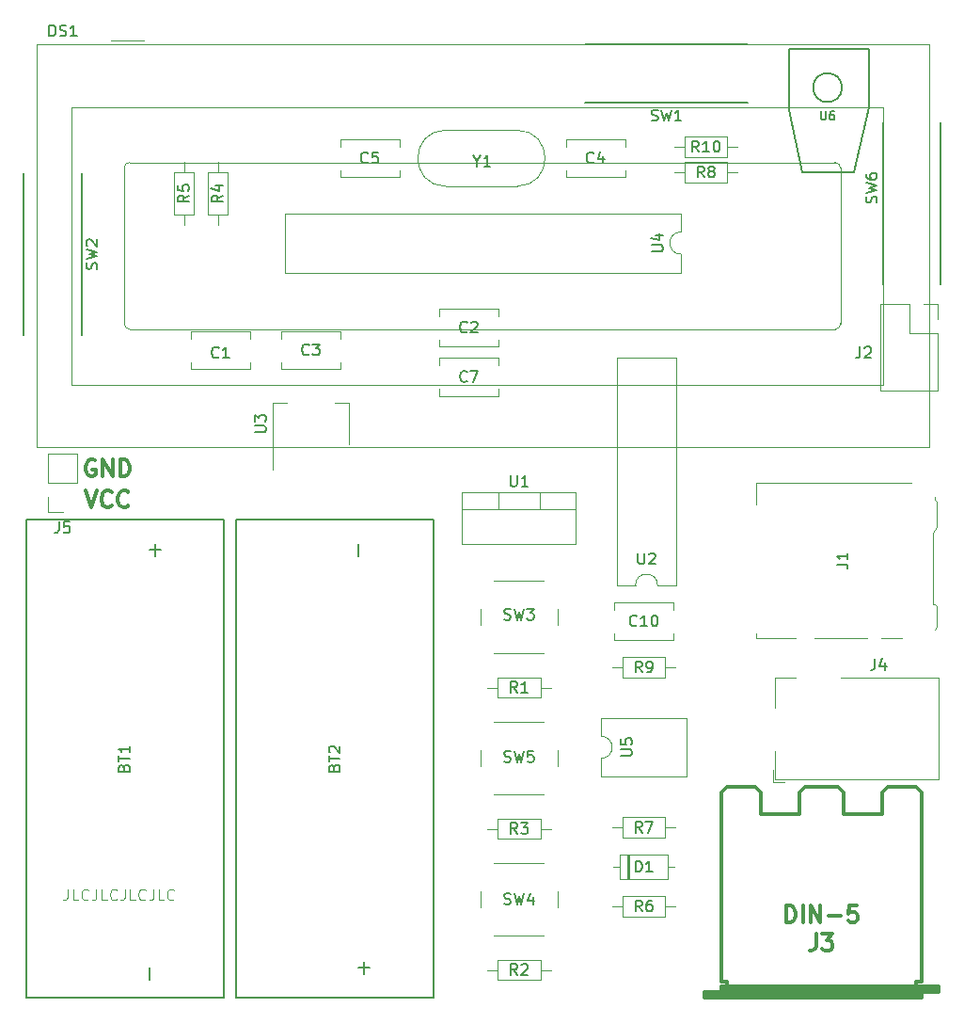
<source format=gbr>
%TF.GenerationSoftware,KiCad,Pcbnew,(6.0.7)*%
%TF.CreationDate,2022-08-05T18:39:18+02:00*%
%TF.ProjectId,SD_interrupter,53445f69-6e74-4657-9272-75707465722e,rev?*%
%TF.SameCoordinates,Original*%
%TF.FileFunction,Legend,Top*%
%TF.FilePolarity,Positive*%
%FSLAX46Y46*%
G04 Gerber Fmt 4.6, Leading zero omitted, Abs format (unit mm)*
G04 Created by KiCad (PCBNEW (6.0.7)) date 2022-08-05 18:39:18*
%MOMM*%
%LPD*%
G01*
G04 APERTURE LIST*
%ADD10C,0.300000*%
%ADD11C,0.125000*%
%ADD12C,0.150000*%
%ADD13C,0.120000*%
%ADD14C,0.127000*%
%ADD15C,0.304800*%
G04 APERTURE END LIST*
D10*
X28575142Y-62750000D02*
X28432285Y-62678571D01*
X28218000Y-62678571D01*
X28003714Y-62750000D01*
X27860857Y-62892857D01*
X27789428Y-63035714D01*
X27718000Y-63321428D01*
X27718000Y-63535714D01*
X27789428Y-63821428D01*
X27860857Y-63964285D01*
X28003714Y-64107142D01*
X28218000Y-64178571D01*
X28360857Y-64178571D01*
X28575142Y-64107142D01*
X28646571Y-64035714D01*
X28646571Y-63535714D01*
X28360857Y-63535714D01*
X29289428Y-64178571D02*
X29289428Y-62678571D01*
X30146571Y-64178571D01*
X30146571Y-62678571D01*
X30860857Y-64178571D02*
X30860857Y-62678571D01*
X31218000Y-62678571D01*
X31432285Y-62750000D01*
X31575142Y-62892857D01*
X31646571Y-63035714D01*
X31718000Y-63321428D01*
X31718000Y-63535714D01*
X31646571Y-63821428D01*
X31575142Y-63964285D01*
X31432285Y-64107142D01*
X31218000Y-64178571D01*
X30860857Y-64178571D01*
X27718000Y-65472571D02*
X28218000Y-66972571D01*
X28718000Y-65472571D01*
X30075142Y-66829714D02*
X30003714Y-66901142D01*
X29789428Y-66972571D01*
X29646571Y-66972571D01*
X29432285Y-66901142D01*
X29289428Y-66758285D01*
X29218000Y-66615428D01*
X29146571Y-66329714D01*
X29146571Y-66115428D01*
X29218000Y-65829714D01*
X29289428Y-65686857D01*
X29432285Y-65544000D01*
X29646571Y-65472571D01*
X29789428Y-65472571D01*
X30003714Y-65544000D01*
X30075142Y-65615428D01*
X31575142Y-66829714D02*
X31503714Y-66901142D01*
X31289428Y-66972571D01*
X31146571Y-66972571D01*
X30932285Y-66901142D01*
X30789428Y-66758285D01*
X30718000Y-66615428D01*
X30646571Y-66329714D01*
X30646571Y-66115428D01*
X30718000Y-65829714D01*
X30789428Y-65686857D01*
X30932285Y-65544000D01*
X31146571Y-65472571D01*
X31289428Y-65472571D01*
X31503714Y-65544000D01*
X31575142Y-65615428D01*
D11*
X26114952Y-101306380D02*
X26114952Y-102020666D01*
X26067333Y-102163523D01*
X25972095Y-102258761D01*
X25829238Y-102306380D01*
X25734000Y-102306380D01*
X27067333Y-102306380D02*
X26591142Y-102306380D01*
X26591142Y-101306380D01*
X27972095Y-102211142D02*
X27924476Y-102258761D01*
X27781619Y-102306380D01*
X27686380Y-102306380D01*
X27543523Y-102258761D01*
X27448285Y-102163523D01*
X27400666Y-102068285D01*
X27353047Y-101877809D01*
X27353047Y-101734952D01*
X27400666Y-101544476D01*
X27448285Y-101449238D01*
X27543523Y-101354000D01*
X27686380Y-101306380D01*
X27781619Y-101306380D01*
X27924476Y-101354000D01*
X27972095Y-101401619D01*
X28686380Y-101306380D02*
X28686380Y-102020666D01*
X28638761Y-102163523D01*
X28543523Y-102258761D01*
X28400666Y-102306380D01*
X28305428Y-102306380D01*
X29638761Y-102306380D02*
X29162571Y-102306380D01*
X29162571Y-101306380D01*
X30543523Y-102211142D02*
X30495904Y-102258761D01*
X30353047Y-102306380D01*
X30257809Y-102306380D01*
X30114952Y-102258761D01*
X30019714Y-102163523D01*
X29972095Y-102068285D01*
X29924476Y-101877809D01*
X29924476Y-101734952D01*
X29972095Y-101544476D01*
X30019714Y-101449238D01*
X30114952Y-101354000D01*
X30257809Y-101306380D01*
X30353047Y-101306380D01*
X30495904Y-101354000D01*
X30543523Y-101401619D01*
X31257809Y-101306380D02*
X31257809Y-102020666D01*
X31210190Y-102163523D01*
X31114952Y-102258761D01*
X30972095Y-102306380D01*
X30876857Y-102306380D01*
X32210190Y-102306380D02*
X31734000Y-102306380D01*
X31734000Y-101306380D01*
X33114952Y-102211142D02*
X33067333Y-102258761D01*
X32924476Y-102306380D01*
X32829238Y-102306380D01*
X32686380Y-102258761D01*
X32591142Y-102163523D01*
X32543523Y-102068285D01*
X32495904Y-101877809D01*
X32495904Y-101734952D01*
X32543523Y-101544476D01*
X32591142Y-101449238D01*
X32686380Y-101354000D01*
X32829238Y-101306380D01*
X32924476Y-101306380D01*
X33067333Y-101354000D01*
X33114952Y-101401619D01*
X33829238Y-101306380D02*
X33829238Y-102020666D01*
X33781619Y-102163523D01*
X33686380Y-102258761D01*
X33543523Y-102306380D01*
X33448285Y-102306380D01*
X34781619Y-102306380D02*
X34305428Y-102306380D01*
X34305428Y-101306380D01*
X35686380Y-102211142D02*
X35638761Y-102258761D01*
X35495904Y-102306380D01*
X35400666Y-102306380D01*
X35257809Y-102258761D01*
X35162571Y-102163523D01*
X35114952Y-102068285D01*
X35067333Y-101877809D01*
X35067333Y-101734952D01*
X35114952Y-101544476D01*
X35162571Y-101449238D01*
X35257809Y-101354000D01*
X35400666Y-101306380D01*
X35495904Y-101306380D01*
X35638761Y-101354000D01*
X35686380Y-101401619D01*
D12*
%TO.C,SW6*%
X98912761Y-39557333D02*
X98960380Y-39414476D01*
X98960380Y-39176380D01*
X98912761Y-39081142D01*
X98865142Y-39033523D01*
X98769904Y-38985904D01*
X98674666Y-38985904D01*
X98579428Y-39033523D01*
X98531809Y-39081142D01*
X98484190Y-39176380D01*
X98436571Y-39366857D01*
X98388952Y-39462095D01*
X98341333Y-39509714D01*
X98246095Y-39557333D01*
X98150857Y-39557333D01*
X98055619Y-39509714D01*
X98008000Y-39462095D01*
X97960380Y-39366857D01*
X97960380Y-39128761D01*
X98008000Y-38985904D01*
X97960380Y-38652571D02*
X98960380Y-38414476D01*
X98246095Y-38224000D01*
X98960380Y-38033523D01*
X97960380Y-37795428D01*
X97960380Y-36985904D02*
X97960380Y-37176380D01*
X98008000Y-37271619D01*
X98055619Y-37319238D01*
X98198476Y-37414476D01*
X98388952Y-37462095D01*
X98769904Y-37462095D01*
X98865142Y-37414476D01*
X98912761Y-37366857D01*
X98960380Y-37271619D01*
X98960380Y-37081142D01*
X98912761Y-36985904D01*
X98865142Y-36938285D01*
X98769904Y-36890666D01*
X98531809Y-36890666D01*
X98436571Y-36938285D01*
X98388952Y-36985904D01*
X98341333Y-37081142D01*
X98341333Y-37271619D01*
X98388952Y-37366857D01*
X98436571Y-37414476D01*
X98531809Y-37462095D01*
%TO.C,R6*%
X77811333Y-103322380D02*
X77478000Y-102846190D01*
X77239904Y-103322380D02*
X77239904Y-102322380D01*
X77620857Y-102322380D01*
X77716095Y-102370000D01*
X77763714Y-102417619D01*
X77811333Y-102512857D01*
X77811333Y-102655714D01*
X77763714Y-102750952D01*
X77716095Y-102798571D01*
X77620857Y-102846190D01*
X77239904Y-102846190D01*
X78668476Y-102322380D02*
X78478000Y-102322380D01*
X78382761Y-102370000D01*
X78335142Y-102417619D01*
X78239904Y-102560476D01*
X78192285Y-102750952D01*
X78192285Y-103131904D01*
X78239904Y-103227142D01*
X78287523Y-103274761D01*
X78382761Y-103322380D01*
X78573238Y-103322380D01*
X78668476Y-103274761D01*
X78716095Y-103227142D01*
X78763714Y-103131904D01*
X78763714Y-102893809D01*
X78716095Y-102798571D01*
X78668476Y-102750952D01*
X78573238Y-102703333D01*
X78382761Y-102703333D01*
X78287523Y-102750952D01*
X78239904Y-102798571D01*
X78192285Y-102893809D01*
%TO.C,BT1*%
X31175571Y-90385714D02*
X31223190Y-90242857D01*
X31270809Y-90195238D01*
X31366047Y-90147619D01*
X31508904Y-90147619D01*
X31604142Y-90195238D01*
X31651761Y-90242857D01*
X31699380Y-90338095D01*
X31699380Y-90719047D01*
X30699380Y-90719047D01*
X30699380Y-90385714D01*
X30747000Y-90290476D01*
X30794619Y-90242857D01*
X30889857Y-90195238D01*
X30985095Y-90195238D01*
X31080333Y-90242857D01*
X31127952Y-90290476D01*
X31175571Y-90385714D01*
X31175571Y-90719047D01*
X30699380Y-89861904D02*
X30699380Y-89290476D01*
X31699380Y-89576190D02*
X30699380Y-89576190D01*
X31699380Y-88433333D02*
X31699380Y-89004761D01*
X31699380Y-88719047D02*
X30699380Y-88719047D01*
X30842238Y-88814285D01*
X30937476Y-88909523D01*
X30985095Y-89004761D01*
X34009000Y-71337333D02*
X34009000Y-70270666D01*
X34542333Y-70804000D02*
X33475666Y-70804000D01*
X33501000Y-109437333D02*
X33501000Y-108370666D01*
%TO.C,U2*%
X77460095Y-71080380D02*
X77460095Y-71889904D01*
X77507714Y-71985142D01*
X77555333Y-72032761D01*
X77650571Y-72080380D01*
X77841047Y-72080380D01*
X77936285Y-72032761D01*
X77983904Y-71985142D01*
X78031523Y-71889904D01*
X78031523Y-71080380D01*
X78460095Y-71175619D02*
X78507714Y-71128000D01*
X78602952Y-71080380D01*
X78841047Y-71080380D01*
X78936285Y-71128000D01*
X78983904Y-71175619D01*
X79031523Y-71270857D01*
X79031523Y-71366095D01*
X78983904Y-71508952D01*
X78412476Y-72080380D01*
X79031523Y-72080380D01*
D10*
%TO.C,J3*%
X93480000Y-105350571D02*
X93480000Y-106422000D01*
X93408571Y-106636285D01*
X93265714Y-106779142D01*
X93051428Y-106850571D01*
X92908571Y-106850571D01*
X94051428Y-105350571D02*
X94980000Y-105350571D01*
X94480000Y-105922000D01*
X94694285Y-105922000D01*
X94837142Y-105993428D01*
X94908571Y-106064857D01*
X94980000Y-106207714D01*
X94980000Y-106564857D01*
X94908571Y-106707714D01*
X94837142Y-106779142D01*
X94694285Y-106850571D01*
X94265714Y-106850571D01*
X94122857Y-106779142D01*
X94051428Y-106707714D01*
X90801428Y-104310571D02*
X90801428Y-102810571D01*
X91158571Y-102810571D01*
X91372857Y-102882000D01*
X91515714Y-103024857D01*
X91587142Y-103167714D01*
X91658571Y-103453428D01*
X91658571Y-103667714D01*
X91587142Y-103953428D01*
X91515714Y-104096285D01*
X91372857Y-104239142D01*
X91158571Y-104310571D01*
X90801428Y-104310571D01*
X92301428Y-104310571D02*
X92301428Y-102810571D01*
X93015714Y-104310571D02*
X93015714Y-102810571D01*
X93872857Y-104310571D01*
X93872857Y-102810571D01*
X94587142Y-103739142D02*
X95730000Y-103739142D01*
X97158571Y-102810571D02*
X96444285Y-102810571D01*
X96372857Y-103524857D01*
X96444285Y-103453428D01*
X96587142Y-103382000D01*
X96944285Y-103382000D01*
X97087142Y-103453428D01*
X97158571Y-103524857D01*
X97230000Y-103667714D01*
X97230000Y-104024857D01*
X97158571Y-104167714D01*
X97087142Y-104239142D01*
X96944285Y-104310571D01*
X96587142Y-104310571D01*
X96444285Y-104239142D01*
X96372857Y-104167714D01*
D12*
%TO.C,SW3*%
X65416666Y-77039761D02*
X65559523Y-77087380D01*
X65797619Y-77087380D01*
X65892857Y-77039761D01*
X65940476Y-76992142D01*
X65988095Y-76896904D01*
X65988095Y-76801666D01*
X65940476Y-76706428D01*
X65892857Y-76658809D01*
X65797619Y-76611190D01*
X65607142Y-76563571D01*
X65511904Y-76515952D01*
X65464285Y-76468333D01*
X65416666Y-76373095D01*
X65416666Y-76277857D01*
X65464285Y-76182619D01*
X65511904Y-76135000D01*
X65607142Y-76087380D01*
X65845238Y-76087380D01*
X65988095Y-76135000D01*
X66321428Y-76087380D02*
X66559523Y-77087380D01*
X66750000Y-76373095D01*
X66940476Y-77087380D01*
X67178571Y-76087380D01*
X67464285Y-76087380D02*
X68083333Y-76087380D01*
X67750000Y-76468333D01*
X67892857Y-76468333D01*
X67988095Y-76515952D01*
X68035714Y-76563571D01*
X68083333Y-76658809D01*
X68083333Y-76896904D01*
X68035714Y-76992142D01*
X67988095Y-77039761D01*
X67892857Y-77087380D01*
X67607142Y-77087380D01*
X67511904Y-77039761D01*
X67464285Y-76992142D01*
%TO.C,R3*%
X66583333Y-96337380D02*
X66250000Y-95861190D01*
X66011904Y-96337380D02*
X66011904Y-95337380D01*
X66392857Y-95337380D01*
X66488095Y-95385000D01*
X66535714Y-95432619D01*
X66583333Y-95527857D01*
X66583333Y-95670714D01*
X66535714Y-95765952D01*
X66488095Y-95813571D01*
X66392857Y-95861190D01*
X66011904Y-95861190D01*
X66916666Y-95337380D02*
X67535714Y-95337380D01*
X67202380Y-95718333D01*
X67345238Y-95718333D01*
X67440476Y-95765952D01*
X67488095Y-95813571D01*
X67535714Y-95908809D01*
X67535714Y-96146904D01*
X67488095Y-96242142D01*
X67440476Y-96289761D01*
X67345238Y-96337380D01*
X67059523Y-96337380D01*
X66964285Y-96289761D01*
X66916666Y-96242142D01*
%TO.C,U6*%
X93917699Y-31318803D02*
X93917699Y-31956224D01*
X93955195Y-32031215D01*
X93992690Y-32068710D01*
X94067681Y-32106205D01*
X94217662Y-32106205D01*
X94292653Y-32068710D01*
X94330148Y-32031215D01*
X94367643Y-31956224D01*
X94367643Y-31318803D01*
X95080055Y-31318803D02*
X94930073Y-31318803D01*
X94855083Y-31356299D01*
X94817587Y-31393794D01*
X94742597Y-31506280D01*
X94705101Y-31656261D01*
X94705101Y-31956224D01*
X94742597Y-32031215D01*
X94780092Y-32068710D01*
X94855083Y-32106205D01*
X95005064Y-32106205D01*
X95080055Y-32068710D01*
X95117550Y-32031215D01*
X95155045Y-31956224D01*
X95155045Y-31768747D01*
X95117550Y-31693757D01*
X95080055Y-31656261D01*
X95005064Y-31618766D01*
X94855083Y-31618766D01*
X94780092Y-31656261D01*
X94742597Y-31693757D01*
X94705101Y-31768747D01*
%TO.C,U3*%
X42958380Y-60197904D02*
X43767904Y-60197904D01*
X43863142Y-60150285D01*
X43910761Y-60102666D01*
X43958380Y-60007428D01*
X43958380Y-59816952D01*
X43910761Y-59721714D01*
X43863142Y-59674095D01*
X43767904Y-59626476D01*
X42958380Y-59626476D01*
X42958380Y-59245523D02*
X42958380Y-58626476D01*
X43339333Y-58959809D01*
X43339333Y-58816952D01*
X43386952Y-58721714D01*
X43434571Y-58674095D01*
X43529809Y-58626476D01*
X43767904Y-58626476D01*
X43863142Y-58674095D01*
X43910761Y-58721714D01*
X43958380Y-58816952D01*
X43958380Y-59102666D01*
X43910761Y-59197904D01*
X43863142Y-59245523D01*
%TO.C,J5*%
X25320666Y-68262380D02*
X25320666Y-68976666D01*
X25273047Y-69119523D01*
X25177809Y-69214761D01*
X25034952Y-69262380D01*
X24939714Y-69262380D01*
X26273047Y-68262380D02*
X25796857Y-68262380D01*
X25749238Y-68738571D01*
X25796857Y-68690952D01*
X25892095Y-68643333D01*
X26130190Y-68643333D01*
X26225428Y-68690952D01*
X26273047Y-68738571D01*
X26320666Y-68833809D01*
X26320666Y-69071904D01*
X26273047Y-69167142D01*
X26225428Y-69214761D01*
X26130190Y-69262380D01*
X25892095Y-69262380D01*
X25796857Y-69214761D01*
X25749238Y-69167142D01*
%TO.C,D1*%
X77239904Y-99771580D02*
X77239904Y-98771580D01*
X77478000Y-98771580D01*
X77620857Y-98819200D01*
X77716095Y-98914438D01*
X77763714Y-99009676D01*
X77811333Y-99200152D01*
X77811333Y-99343009D01*
X77763714Y-99533485D01*
X77716095Y-99628723D01*
X77620857Y-99723961D01*
X77478000Y-99771580D01*
X77239904Y-99771580D01*
X78763714Y-99771580D02*
X78192285Y-99771580D01*
X78478000Y-99771580D02*
X78478000Y-98771580D01*
X78382761Y-98914438D01*
X78287523Y-99009676D01*
X78192285Y-99057295D01*
%TO.C,BT2*%
X50093571Y-90385714D02*
X50141190Y-90242857D01*
X50188809Y-90195238D01*
X50284047Y-90147619D01*
X50426904Y-90147619D01*
X50522142Y-90195238D01*
X50569761Y-90242857D01*
X50617380Y-90338095D01*
X50617380Y-90719047D01*
X49617380Y-90719047D01*
X49617380Y-90385714D01*
X49665000Y-90290476D01*
X49712619Y-90242857D01*
X49807857Y-90195238D01*
X49903095Y-90195238D01*
X49998333Y-90242857D01*
X50045952Y-90290476D01*
X50093571Y-90385714D01*
X50093571Y-90719047D01*
X49617380Y-89861904D02*
X49617380Y-89290476D01*
X50617380Y-89576190D02*
X49617380Y-89576190D01*
X49712619Y-89004761D02*
X49665000Y-88957142D01*
X49617380Y-88861904D01*
X49617380Y-88623809D01*
X49665000Y-88528571D01*
X49712619Y-88480952D01*
X49807857Y-88433333D01*
X49903095Y-88433333D01*
X50045952Y-88480952D01*
X50617380Y-89052380D01*
X50617380Y-88433333D01*
X52297000Y-71337333D02*
X52297000Y-70270666D01*
X52805000Y-108929333D02*
X52805000Y-107862666D01*
X53338333Y-108396000D02*
X52271666Y-108396000D01*
%TO.C,R10*%
X82923142Y-34996380D02*
X82589809Y-34520190D01*
X82351714Y-34996380D02*
X82351714Y-33996380D01*
X82732666Y-33996380D01*
X82827904Y-34044000D01*
X82875523Y-34091619D01*
X82923142Y-34186857D01*
X82923142Y-34329714D01*
X82875523Y-34424952D01*
X82827904Y-34472571D01*
X82732666Y-34520190D01*
X82351714Y-34520190D01*
X83875523Y-34996380D02*
X83304095Y-34996380D01*
X83589809Y-34996380D02*
X83589809Y-33996380D01*
X83494571Y-34139238D01*
X83399333Y-34234476D01*
X83304095Y-34282095D01*
X84494571Y-33996380D02*
X84589809Y-33996380D01*
X84685047Y-34044000D01*
X84732666Y-34091619D01*
X84780285Y-34186857D01*
X84827904Y-34377333D01*
X84827904Y-34615428D01*
X84780285Y-34805904D01*
X84732666Y-34901142D01*
X84685047Y-34948761D01*
X84589809Y-34996380D01*
X84494571Y-34996380D01*
X84399333Y-34948761D01*
X84351714Y-34901142D01*
X84304095Y-34805904D01*
X84256476Y-34615428D01*
X84256476Y-34377333D01*
X84304095Y-34186857D01*
X84351714Y-34091619D01*
X84399333Y-34044000D01*
X84494571Y-33996380D01*
%TO.C,C4*%
X73453333Y-35917142D02*
X73405714Y-35964761D01*
X73262857Y-36012380D01*
X73167619Y-36012380D01*
X73024761Y-35964761D01*
X72929523Y-35869523D01*
X72881904Y-35774285D01*
X72834285Y-35583809D01*
X72834285Y-35440952D01*
X72881904Y-35250476D01*
X72929523Y-35155238D01*
X73024761Y-35060000D01*
X73167619Y-35012380D01*
X73262857Y-35012380D01*
X73405714Y-35060000D01*
X73453333Y-35107619D01*
X74310476Y-35345714D02*
X74310476Y-36012380D01*
X74072380Y-34964761D02*
X73834285Y-35679047D01*
X74453333Y-35679047D01*
%TO.C,C10*%
X77335142Y-77573142D02*
X77287523Y-77620761D01*
X77144666Y-77668380D01*
X77049428Y-77668380D01*
X76906571Y-77620761D01*
X76811333Y-77525523D01*
X76763714Y-77430285D01*
X76716095Y-77239809D01*
X76716095Y-77096952D01*
X76763714Y-76906476D01*
X76811333Y-76811238D01*
X76906571Y-76716000D01*
X77049428Y-76668380D01*
X77144666Y-76668380D01*
X77287523Y-76716000D01*
X77335142Y-76763619D01*
X78287523Y-77668380D02*
X77716095Y-77668380D01*
X78001809Y-77668380D02*
X78001809Y-76668380D01*
X77906571Y-76811238D01*
X77811333Y-76906476D01*
X77716095Y-76954095D01*
X78906571Y-76668380D02*
X79001809Y-76668380D01*
X79097047Y-76716000D01*
X79144666Y-76763619D01*
X79192285Y-76858857D01*
X79239904Y-77049333D01*
X79239904Y-77287428D01*
X79192285Y-77477904D01*
X79144666Y-77573142D01*
X79097047Y-77620761D01*
X79001809Y-77668380D01*
X78906571Y-77668380D01*
X78811333Y-77620761D01*
X78763714Y-77573142D01*
X78716095Y-77477904D01*
X78668476Y-77287428D01*
X78668476Y-77049333D01*
X78716095Y-76858857D01*
X78763714Y-76763619D01*
X78811333Y-76716000D01*
X78906571Y-76668380D01*
%TO.C,R8*%
X83399334Y-37282380D02*
X83066001Y-36806190D01*
X82827905Y-37282380D02*
X82827905Y-36282380D01*
X83208858Y-36282380D01*
X83304096Y-36330000D01*
X83351715Y-36377619D01*
X83399334Y-36472857D01*
X83399334Y-36615714D01*
X83351715Y-36710952D01*
X83304096Y-36758571D01*
X83208858Y-36806190D01*
X82827905Y-36806190D01*
X83970762Y-36710952D02*
X83875524Y-36663333D01*
X83827905Y-36615714D01*
X83780286Y-36520476D01*
X83780286Y-36472857D01*
X83827905Y-36377619D01*
X83875524Y-36330000D01*
X83970762Y-36282380D01*
X84161239Y-36282380D01*
X84256477Y-36330000D01*
X84304096Y-36377619D01*
X84351715Y-36472857D01*
X84351715Y-36520476D01*
X84304096Y-36615714D01*
X84256477Y-36663333D01*
X84161239Y-36710952D01*
X83970762Y-36710952D01*
X83875524Y-36758571D01*
X83827905Y-36806190D01*
X83780286Y-36901428D01*
X83780286Y-37091904D01*
X83827905Y-37187142D01*
X83875524Y-37234761D01*
X83970762Y-37282380D01*
X84161239Y-37282380D01*
X84256477Y-37234761D01*
X84304096Y-37187142D01*
X84351715Y-37091904D01*
X84351715Y-36901428D01*
X84304096Y-36806190D01*
X84256477Y-36758571D01*
X84161239Y-36710952D01*
%TO.C,J4*%
X98794666Y-80570380D02*
X98794666Y-81284666D01*
X98747047Y-81427523D01*
X98651809Y-81522761D01*
X98508952Y-81570380D01*
X98413714Y-81570380D01*
X99699428Y-80903714D02*
X99699428Y-81570380D01*
X99461333Y-80522761D02*
X99223238Y-81237047D01*
X99842285Y-81237047D01*
%TO.C,R1*%
X66583333Y-83637380D02*
X66250000Y-83161190D01*
X66011904Y-83637380D02*
X66011904Y-82637380D01*
X66392857Y-82637380D01*
X66488095Y-82685000D01*
X66535714Y-82732619D01*
X66583333Y-82827857D01*
X66583333Y-82970714D01*
X66535714Y-83065952D01*
X66488095Y-83113571D01*
X66392857Y-83161190D01*
X66011904Y-83161190D01*
X67535714Y-83637380D02*
X66964285Y-83637380D01*
X67250000Y-83637380D02*
X67250000Y-82637380D01*
X67154761Y-82780238D01*
X67059523Y-82875476D01*
X66964285Y-82923095D01*
%TO.C,J2*%
X97436666Y-52523380D02*
X97436666Y-53237666D01*
X97389047Y-53380523D01*
X97293809Y-53475761D01*
X97150952Y-53523380D01*
X97055714Y-53523380D01*
X97865238Y-52618619D02*
X97912857Y-52571000D01*
X98008095Y-52523380D01*
X98246190Y-52523380D01*
X98341428Y-52571000D01*
X98389047Y-52618619D01*
X98436666Y-52713857D01*
X98436666Y-52809095D01*
X98389047Y-52951952D01*
X97817619Y-53523380D01*
X98436666Y-53523380D01*
%TO.C,SW1*%
X78676666Y-32154761D02*
X78819523Y-32202380D01*
X79057619Y-32202380D01*
X79152857Y-32154761D01*
X79200476Y-32107142D01*
X79248095Y-32011904D01*
X79248095Y-31916666D01*
X79200476Y-31821428D01*
X79152857Y-31773809D01*
X79057619Y-31726190D01*
X78867142Y-31678571D01*
X78771904Y-31630952D01*
X78724285Y-31583333D01*
X78676666Y-31488095D01*
X78676666Y-31392857D01*
X78724285Y-31297619D01*
X78771904Y-31250000D01*
X78867142Y-31202380D01*
X79105238Y-31202380D01*
X79248095Y-31250000D01*
X79581428Y-31202380D02*
X79819523Y-32202380D01*
X80010000Y-31488095D01*
X80200476Y-32202380D01*
X80438571Y-31202380D01*
X81343333Y-32202380D02*
X80771904Y-32202380D01*
X81057619Y-32202380D02*
X81057619Y-31202380D01*
X80962380Y-31345238D01*
X80867142Y-31440476D01*
X80771904Y-31488095D01*
%TO.C,Y1*%
X62973809Y-35798690D02*
X62973809Y-36274880D01*
X62640476Y-35274880D02*
X62973809Y-35798690D01*
X63307142Y-35274880D01*
X64164285Y-36274880D02*
X63592857Y-36274880D01*
X63878571Y-36274880D02*
X63878571Y-35274880D01*
X63783333Y-35417738D01*
X63688095Y-35512976D01*
X63592857Y-35560595D01*
%TO.C,R2*%
X66583333Y-109037380D02*
X66250000Y-108561190D01*
X66011904Y-109037380D02*
X66011904Y-108037380D01*
X66392857Y-108037380D01*
X66488095Y-108085000D01*
X66535714Y-108132619D01*
X66583333Y-108227857D01*
X66583333Y-108370714D01*
X66535714Y-108465952D01*
X66488095Y-108513571D01*
X66392857Y-108561190D01*
X66011904Y-108561190D01*
X66964285Y-108132619D02*
X67011904Y-108085000D01*
X67107142Y-108037380D01*
X67345238Y-108037380D01*
X67440476Y-108085000D01*
X67488095Y-108132619D01*
X67535714Y-108227857D01*
X67535714Y-108323095D01*
X67488095Y-108465952D01*
X66916666Y-109037380D01*
X67535714Y-109037380D01*
%TO.C,U4*%
X78700380Y-43951904D02*
X79509904Y-43951904D01*
X79605142Y-43904285D01*
X79652761Y-43856666D01*
X79700380Y-43761428D01*
X79700380Y-43570952D01*
X79652761Y-43475714D01*
X79605142Y-43428095D01*
X79509904Y-43380476D01*
X78700380Y-43380476D01*
X79033714Y-42475714D02*
X79700380Y-42475714D01*
X78652761Y-42713809D02*
X79367047Y-42951904D01*
X79367047Y-42332857D01*
%TO.C,C2*%
X62063333Y-51157142D02*
X62015714Y-51204761D01*
X61872857Y-51252380D01*
X61777619Y-51252380D01*
X61634761Y-51204761D01*
X61539523Y-51109523D01*
X61491904Y-51014285D01*
X61444285Y-50823809D01*
X61444285Y-50680952D01*
X61491904Y-50490476D01*
X61539523Y-50395238D01*
X61634761Y-50300000D01*
X61777619Y-50252380D01*
X61872857Y-50252380D01*
X62015714Y-50300000D01*
X62063333Y-50347619D01*
X62444285Y-50347619D02*
X62491904Y-50300000D01*
X62587142Y-50252380D01*
X62825238Y-50252380D01*
X62920476Y-50300000D01*
X62968095Y-50347619D01*
X63015714Y-50442857D01*
X63015714Y-50538095D01*
X62968095Y-50680952D01*
X62396666Y-51252380D01*
X63015714Y-51252380D01*
%TO.C,C7*%
X62063333Y-55602142D02*
X62015714Y-55649761D01*
X61872857Y-55697380D01*
X61777619Y-55697380D01*
X61634761Y-55649761D01*
X61539523Y-55554523D01*
X61491904Y-55459285D01*
X61444285Y-55268809D01*
X61444285Y-55125952D01*
X61491904Y-54935476D01*
X61539523Y-54840238D01*
X61634761Y-54745000D01*
X61777619Y-54697380D01*
X61872857Y-54697380D01*
X62015714Y-54745000D01*
X62063333Y-54792619D01*
X62396666Y-54697380D02*
X63063333Y-54697380D01*
X62634761Y-55697380D01*
%TO.C,R4*%
X40076380Y-38901666D02*
X39600190Y-39235000D01*
X40076380Y-39473095D02*
X39076380Y-39473095D01*
X39076380Y-39092142D01*
X39124000Y-38996904D01*
X39171619Y-38949285D01*
X39266857Y-38901666D01*
X39409714Y-38901666D01*
X39504952Y-38949285D01*
X39552571Y-38996904D01*
X39600190Y-39092142D01*
X39600190Y-39473095D01*
X39409714Y-38044523D02*
X40076380Y-38044523D01*
X39028761Y-38282619D02*
X39743047Y-38520714D01*
X39743047Y-37901666D01*
%TO.C,R7*%
X77811333Y-96220780D02*
X77478000Y-95744590D01*
X77239904Y-96220780D02*
X77239904Y-95220780D01*
X77620857Y-95220780D01*
X77716095Y-95268400D01*
X77763714Y-95316019D01*
X77811333Y-95411257D01*
X77811333Y-95554114D01*
X77763714Y-95649352D01*
X77716095Y-95696971D01*
X77620857Y-95744590D01*
X77239904Y-95744590D01*
X78144666Y-95220780D02*
X78811333Y-95220780D01*
X78382761Y-96220780D01*
%TO.C,SW4*%
X65416666Y-102639761D02*
X65559523Y-102687380D01*
X65797619Y-102687380D01*
X65892857Y-102639761D01*
X65940476Y-102592142D01*
X65988095Y-102496904D01*
X65988095Y-102401666D01*
X65940476Y-102306428D01*
X65892857Y-102258809D01*
X65797619Y-102211190D01*
X65607142Y-102163571D01*
X65511904Y-102115952D01*
X65464285Y-102068333D01*
X65416666Y-101973095D01*
X65416666Y-101877857D01*
X65464285Y-101782619D01*
X65511904Y-101735000D01*
X65607142Y-101687380D01*
X65845238Y-101687380D01*
X65988095Y-101735000D01*
X66321428Y-101687380D02*
X66559523Y-102687380D01*
X66750000Y-101973095D01*
X66940476Y-102687380D01*
X67178571Y-101687380D01*
X67988095Y-102020714D02*
X67988095Y-102687380D01*
X67750000Y-101639761D02*
X67511904Y-102354047D01*
X68130952Y-102354047D01*
%TO.C,J1*%
X95337380Y-72088333D02*
X96051666Y-72088333D01*
X96194523Y-72135952D01*
X96289761Y-72231190D01*
X96337380Y-72374047D01*
X96337380Y-72469285D01*
X96337380Y-71088333D02*
X96337380Y-71659761D01*
X96337380Y-71374047D02*
X95337380Y-71374047D01*
X95480238Y-71469285D01*
X95575476Y-71564523D01*
X95623095Y-71659761D01*
%TO.C,SW5*%
X65416666Y-89839761D02*
X65559523Y-89887380D01*
X65797619Y-89887380D01*
X65892857Y-89839761D01*
X65940476Y-89792142D01*
X65988095Y-89696904D01*
X65988095Y-89601666D01*
X65940476Y-89506428D01*
X65892857Y-89458809D01*
X65797619Y-89411190D01*
X65607142Y-89363571D01*
X65511904Y-89315952D01*
X65464285Y-89268333D01*
X65416666Y-89173095D01*
X65416666Y-89077857D01*
X65464285Y-88982619D01*
X65511904Y-88935000D01*
X65607142Y-88887380D01*
X65845238Y-88887380D01*
X65988095Y-88935000D01*
X66321428Y-88887380D02*
X66559523Y-89887380D01*
X66750000Y-89173095D01*
X66940476Y-89887380D01*
X67178571Y-88887380D01*
X68035714Y-88887380D02*
X67559523Y-88887380D01*
X67511904Y-89363571D01*
X67559523Y-89315952D01*
X67654761Y-89268333D01*
X67892857Y-89268333D01*
X67988095Y-89315952D01*
X68035714Y-89363571D01*
X68083333Y-89458809D01*
X68083333Y-89696904D01*
X68035714Y-89792142D01*
X67988095Y-89839761D01*
X67892857Y-89887380D01*
X67654761Y-89887380D01*
X67559523Y-89839761D01*
X67511904Y-89792142D01*
%TO.C,R5*%
X37028380Y-38901666D02*
X36552190Y-39235000D01*
X37028380Y-39473095D02*
X36028380Y-39473095D01*
X36028380Y-39092142D01*
X36076000Y-38996904D01*
X36123619Y-38949285D01*
X36218857Y-38901666D01*
X36361714Y-38901666D01*
X36456952Y-38949285D01*
X36504571Y-38996904D01*
X36552190Y-39092142D01*
X36552190Y-39473095D01*
X36028380Y-37996904D02*
X36028380Y-38473095D01*
X36504571Y-38520714D01*
X36456952Y-38473095D01*
X36409333Y-38377857D01*
X36409333Y-38139761D01*
X36456952Y-38044523D01*
X36504571Y-37996904D01*
X36599809Y-37949285D01*
X36837904Y-37949285D01*
X36933142Y-37996904D01*
X36980761Y-38044523D01*
X37028380Y-38139761D01*
X37028380Y-38377857D01*
X36980761Y-38473095D01*
X36933142Y-38520714D01*
%TO.C,DS1*%
X24461714Y-24582380D02*
X24461714Y-23582380D01*
X24699809Y-23582380D01*
X24842666Y-23630000D01*
X24937904Y-23725238D01*
X24985523Y-23820476D01*
X25033142Y-24010952D01*
X25033142Y-24153809D01*
X24985523Y-24344285D01*
X24937904Y-24439523D01*
X24842666Y-24534761D01*
X24699809Y-24582380D01*
X24461714Y-24582380D01*
X25414095Y-24534761D02*
X25556952Y-24582380D01*
X25795047Y-24582380D01*
X25890285Y-24534761D01*
X25937904Y-24487142D01*
X25985523Y-24391904D01*
X25985523Y-24296666D01*
X25937904Y-24201428D01*
X25890285Y-24153809D01*
X25795047Y-24106190D01*
X25604571Y-24058571D01*
X25509333Y-24010952D01*
X25461714Y-23963333D01*
X25414095Y-23868095D01*
X25414095Y-23772857D01*
X25461714Y-23677619D01*
X25509333Y-23630000D01*
X25604571Y-23582380D01*
X25842666Y-23582380D01*
X25985523Y-23630000D01*
X26937904Y-24582380D02*
X26366476Y-24582380D01*
X26652190Y-24582380D02*
X26652190Y-23582380D01*
X26556952Y-23725238D01*
X26461714Y-23820476D01*
X26366476Y-23868095D01*
%TO.C,R9*%
X77811333Y-81819180D02*
X77478000Y-81342990D01*
X77239904Y-81819180D02*
X77239904Y-80819180D01*
X77620857Y-80819180D01*
X77716095Y-80866800D01*
X77763714Y-80914419D01*
X77811333Y-81009657D01*
X77811333Y-81152514D01*
X77763714Y-81247752D01*
X77716095Y-81295371D01*
X77620857Y-81342990D01*
X77239904Y-81342990D01*
X78287523Y-81819180D02*
X78478000Y-81819180D01*
X78573238Y-81771561D01*
X78620857Y-81723942D01*
X78716095Y-81581085D01*
X78763714Y-81390609D01*
X78763714Y-81009657D01*
X78716095Y-80914419D01*
X78668476Y-80866800D01*
X78573238Y-80819180D01*
X78382761Y-80819180D01*
X78287523Y-80866800D01*
X78239904Y-80914419D01*
X78192285Y-81009657D01*
X78192285Y-81247752D01*
X78239904Y-81342990D01*
X78287523Y-81390609D01*
X78382761Y-81438228D01*
X78573238Y-81438228D01*
X78668476Y-81390609D01*
X78716095Y-81342990D01*
X78763714Y-81247752D01*
%TO.C,C5*%
X53133333Y-35917142D02*
X53085714Y-35964761D01*
X52942857Y-36012380D01*
X52847619Y-36012380D01*
X52704761Y-35964761D01*
X52609523Y-35869523D01*
X52561904Y-35774285D01*
X52514285Y-35583809D01*
X52514285Y-35440952D01*
X52561904Y-35250476D01*
X52609523Y-35155238D01*
X52704761Y-35060000D01*
X52847619Y-35012380D01*
X52942857Y-35012380D01*
X53085714Y-35060000D01*
X53133333Y-35107619D01*
X54038095Y-35012380D02*
X53561904Y-35012380D01*
X53514285Y-35488571D01*
X53561904Y-35440952D01*
X53657142Y-35393333D01*
X53895238Y-35393333D01*
X53990476Y-35440952D01*
X54038095Y-35488571D01*
X54085714Y-35583809D01*
X54085714Y-35821904D01*
X54038095Y-35917142D01*
X53990476Y-35964761D01*
X53895238Y-36012380D01*
X53657142Y-36012380D01*
X53561904Y-35964761D01*
X53514285Y-35917142D01*
%TO.C,SW2*%
X28725761Y-45529333D02*
X28773380Y-45386476D01*
X28773380Y-45148380D01*
X28725761Y-45053142D01*
X28678142Y-45005523D01*
X28582904Y-44957904D01*
X28487666Y-44957904D01*
X28392428Y-45005523D01*
X28344809Y-45053142D01*
X28297190Y-45148380D01*
X28249571Y-45338857D01*
X28201952Y-45434095D01*
X28154333Y-45481714D01*
X28059095Y-45529333D01*
X27963857Y-45529333D01*
X27868619Y-45481714D01*
X27821000Y-45434095D01*
X27773380Y-45338857D01*
X27773380Y-45100761D01*
X27821000Y-44957904D01*
X27773380Y-44624571D02*
X28773380Y-44386476D01*
X28059095Y-44196000D01*
X28773380Y-44005523D01*
X27773380Y-43767428D01*
X27868619Y-43434095D02*
X27821000Y-43386476D01*
X27773380Y-43291238D01*
X27773380Y-43053142D01*
X27821000Y-42957904D01*
X27868619Y-42910285D01*
X27963857Y-42862666D01*
X28059095Y-42862666D01*
X28201952Y-42910285D01*
X28773380Y-43481714D01*
X28773380Y-42862666D01*
%TO.C,U1*%
X65988095Y-64072380D02*
X65988095Y-64881904D01*
X66035714Y-64977142D01*
X66083333Y-65024761D01*
X66178571Y-65072380D01*
X66369047Y-65072380D01*
X66464285Y-65024761D01*
X66511904Y-64977142D01*
X66559523Y-64881904D01*
X66559523Y-64072380D01*
X67559523Y-65072380D02*
X66988095Y-65072380D01*
X67273809Y-65072380D02*
X67273809Y-64072380D01*
X67178571Y-64215238D01*
X67083333Y-64310476D01*
X66988095Y-64358095D01*
%TO.C,C3*%
X47839333Y-53189142D02*
X47791714Y-53236761D01*
X47648857Y-53284380D01*
X47553619Y-53284380D01*
X47410761Y-53236761D01*
X47315523Y-53141523D01*
X47267904Y-53046285D01*
X47220285Y-52855809D01*
X47220285Y-52712952D01*
X47267904Y-52522476D01*
X47315523Y-52427238D01*
X47410761Y-52332000D01*
X47553619Y-52284380D01*
X47648857Y-52284380D01*
X47791714Y-52332000D01*
X47839333Y-52379619D01*
X48172666Y-52284380D02*
X48791714Y-52284380D01*
X48458380Y-52665333D01*
X48601238Y-52665333D01*
X48696476Y-52712952D01*
X48744095Y-52760571D01*
X48791714Y-52855809D01*
X48791714Y-53093904D01*
X48744095Y-53189142D01*
X48696476Y-53236761D01*
X48601238Y-53284380D01*
X48315523Y-53284380D01*
X48220285Y-53236761D01*
X48172666Y-53189142D01*
%TO.C,C1*%
X39711333Y-53443142D02*
X39663714Y-53490761D01*
X39520857Y-53538380D01*
X39425619Y-53538380D01*
X39282761Y-53490761D01*
X39187523Y-53395523D01*
X39139904Y-53300285D01*
X39092285Y-53109809D01*
X39092285Y-52966952D01*
X39139904Y-52776476D01*
X39187523Y-52681238D01*
X39282761Y-52586000D01*
X39425619Y-52538380D01*
X39520857Y-52538380D01*
X39663714Y-52586000D01*
X39711333Y-52633619D01*
X40663714Y-53538380D02*
X40092285Y-53538380D01*
X40378000Y-53538380D02*
X40378000Y-52538380D01*
X40282761Y-52681238D01*
X40187523Y-52776476D01*
X40092285Y-52824095D01*
%TO.C,U5*%
X75906380Y-89319504D02*
X76715904Y-89319504D01*
X76811142Y-89271885D01*
X76858761Y-89224266D01*
X76906380Y-89129028D01*
X76906380Y-88938552D01*
X76858761Y-88843314D01*
X76811142Y-88795695D01*
X76715904Y-88748076D01*
X75906380Y-88748076D01*
X75906380Y-87795695D02*
X75906380Y-88271885D01*
X76382571Y-88319504D01*
X76334952Y-88271885D01*
X76287333Y-88176647D01*
X76287333Y-87938552D01*
X76334952Y-87843314D01*
X76382571Y-87795695D01*
X76477809Y-87748076D01*
X76715904Y-87748076D01*
X76811142Y-87795695D01*
X76858761Y-87843314D01*
X76906380Y-87938552D01*
X76906380Y-88176647D01*
X76858761Y-88271885D01*
X76811142Y-88319504D01*
%TO.C,SW6*%
X99508000Y-46924000D02*
X99508000Y-32324000D01*
X104708000Y-46924000D02*
X104708000Y-32324000D01*
D13*
%TO.C,R6*%
X79898000Y-101950000D02*
X76058000Y-101950000D01*
X76058000Y-101950000D02*
X76058000Y-103790000D01*
X80848000Y-102870000D02*
X79898000Y-102870000D01*
X76058000Y-103790000D02*
X79898000Y-103790000D01*
X79898000Y-103790000D02*
X79898000Y-101950000D01*
X75108000Y-102870000D02*
X76058000Y-102870000D01*
D14*
%TO.C,BT1*%
X22357000Y-111100000D02*
X22357000Y-68100000D01*
X40137000Y-111100000D02*
X22357000Y-111100000D01*
X40137000Y-68100000D02*
X40137000Y-111100000D01*
X22357000Y-68100000D02*
X40137000Y-68100000D01*
D13*
%TO.C,U2*%
X75572000Y-73974000D02*
X77222000Y-73974000D01*
X79222000Y-73974000D02*
X80872000Y-73974000D01*
X80872000Y-73974000D02*
X80872000Y-53534000D01*
X80872000Y-53534000D02*
X75572000Y-53534000D01*
X75572000Y-53534000D02*
X75572000Y-73974000D01*
X79222000Y-73974000D02*
G75*
G03*
X77222000Y-73974000I-1000000J0D01*
G01*
D15*
%TO.C,J3*%
X84980780Y-92600780D02*
X85481160Y-92100400D01*
X91981020Y-92600780D02*
X91981020Y-94599760D01*
X95978980Y-92600780D02*
X95978980Y-94599760D01*
X102979220Y-109601000D02*
X102478840Y-109601000D01*
X87980520Y-92100400D02*
X88480900Y-92600780D01*
X92478860Y-92100400D02*
X91981020Y-92600780D01*
X92478860Y-92100400D02*
X95481140Y-92100400D01*
X88480900Y-92600780D02*
X88480900Y-94599760D01*
X102979220Y-92600780D02*
X102979220Y-109601000D01*
X83479640Y-110599220D02*
X84980780Y-110599220D01*
X83479640Y-111099600D02*
X83479640Y-110599220D01*
X102979220Y-110599220D02*
X84980780Y-110599220D01*
X102478840Y-110098840D02*
X102478840Y-109601000D01*
X83479640Y-110850680D02*
X102979220Y-110850680D01*
X104480360Y-110599220D02*
X102979220Y-110599220D01*
X84980780Y-110599220D02*
X84980780Y-110098840D01*
X100479860Y-92100400D02*
X99979480Y-92100400D01*
X104480360Y-110098840D02*
X104480360Y-110599220D01*
X84980780Y-92600780D02*
X84980780Y-109601000D01*
X88480900Y-94599760D02*
X91981020Y-94599760D01*
X102478840Y-92100400D02*
X100479860Y-92100400D01*
X84980780Y-110098840D02*
X104480360Y-110098840D01*
X95481140Y-92100400D02*
X95978980Y-92600780D01*
X99979480Y-92100400D02*
X99479100Y-92600780D01*
X85481160Y-92100400D02*
X87980520Y-92100400D01*
X84980780Y-109601000D02*
X85481160Y-109601000D01*
X99479100Y-92600780D02*
X99479100Y-94599760D01*
X99479100Y-94599760D02*
X95978980Y-94599760D01*
X84980780Y-110350300D02*
X104480360Y-110350300D01*
X102979220Y-111099600D02*
X83479640Y-111099600D01*
X102979220Y-92600780D02*
X102478840Y-92100400D01*
X102979220Y-110599220D02*
X102979220Y-111099600D01*
X85481160Y-109601000D02*
X85481160Y-110098840D01*
D13*
%TO.C,SW3*%
X63250000Y-76085000D02*
X63250000Y-77585000D01*
X64500000Y-80085000D02*
X69000000Y-80085000D01*
X69000000Y-73585000D02*
X64500000Y-73585000D01*
X70250000Y-77585000D02*
X70250000Y-76085000D01*
%TO.C,R3*%
X63880000Y-95885000D02*
X64830000Y-95885000D01*
X69620000Y-95885000D02*
X68670000Y-95885000D01*
X68670000Y-94965000D02*
X64830000Y-94965000D01*
X68670000Y-96805000D02*
X68670000Y-94965000D01*
X64830000Y-96805000D02*
X68670000Y-96805000D01*
X64830000Y-94965000D02*
X64830000Y-96805000D01*
D14*
%TO.C,U6*%
X92217625Y-36810000D02*
X96917625Y-36810000D01*
X91017625Y-25710000D02*
X91017625Y-31210000D01*
X91017625Y-31210000D02*
X92217625Y-36810000D01*
X98217625Y-25710000D02*
X98217625Y-31010000D01*
X91017625Y-25710000D02*
X98217625Y-25710000D01*
X96917625Y-36810000D02*
X98217625Y-31010000D01*
X95817625Y-29210000D02*
G75*
G03*
X95817625Y-29210000I-1300000J0D01*
G01*
D13*
%TO.C,U3*%
X51416000Y-57526000D02*
X50156000Y-57526000D01*
X44596000Y-57526000D02*
X45856000Y-57526000D01*
X44596000Y-63536000D02*
X44596000Y-57526000D01*
X51416000Y-61286000D02*
X51416000Y-57526000D01*
%TO.C,J5*%
X26984000Y-62170000D02*
X24324000Y-62170000D01*
X25654000Y-67370000D02*
X24324000Y-67370000D01*
X24324000Y-64770000D02*
X24324000Y-62170000D01*
X26984000Y-64770000D02*
X26984000Y-62170000D01*
X26984000Y-64770000D02*
X24324000Y-64770000D01*
X24324000Y-67370000D02*
X24324000Y-66040000D01*
%TO.C,D1*%
X76698000Y-98199200D02*
X76698000Y-100439200D01*
X76458000Y-98199200D02*
X76458000Y-100439200D01*
X75858000Y-98199200D02*
X75858000Y-100439200D01*
X80098000Y-100439200D02*
X80098000Y-98199200D01*
X75208000Y-99319200D02*
X75858000Y-99319200D01*
X80098000Y-98199200D02*
X75858000Y-98199200D01*
X80748000Y-99319200D02*
X80098000Y-99319200D01*
X75858000Y-100439200D02*
X80098000Y-100439200D01*
X76578000Y-98199200D02*
X76578000Y-100439200D01*
D14*
%TO.C,BT2*%
X59055000Y-111100000D02*
X41275000Y-111100000D01*
X59055000Y-68100000D02*
X59055000Y-111100000D01*
X41275000Y-68100000D02*
X59055000Y-68100000D01*
X41275000Y-111100000D02*
X41275000Y-68100000D01*
D13*
%TO.C,R10*%
X80696000Y-34544000D02*
X81646000Y-34544000D01*
X86436000Y-34544000D02*
X85486000Y-34544000D01*
X81646000Y-33624000D02*
X81646000Y-35464000D01*
X85486000Y-33624000D02*
X81646000Y-33624000D01*
X81646000Y-35464000D02*
X85486000Y-35464000D01*
X85486000Y-35464000D02*
X85486000Y-33624000D01*
%TO.C,C4*%
X70950000Y-36615000D02*
X70950000Y-37281000D01*
X76290000Y-33839000D02*
X76290000Y-34505000D01*
X70950000Y-33839000D02*
X70950000Y-34505000D01*
X70950000Y-37281000D02*
X76290000Y-37281000D01*
X76290000Y-36615000D02*
X76290000Y-37281000D01*
X70950000Y-33839000D02*
X76290000Y-33839000D01*
%TO.C,C10*%
X80648000Y-78271000D02*
X80648000Y-78937000D01*
X75308000Y-78271000D02*
X75308000Y-78937000D01*
X75308000Y-75495000D02*
X80648000Y-75495000D01*
X80648000Y-75495000D02*
X80648000Y-76161000D01*
X75308000Y-75495000D02*
X75308000Y-76161000D01*
X75308000Y-78937000D02*
X80648000Y-78937000D01*
%TO.C,R8*%
X81646000Y-37750000D02*
X85486000Y-37750000D01*
X86436000Y-36830000D02*
X85486000Y-36830000D01*
X80696000Y-36830000D02*
X81646000Y-36830000D01*
X85486000Y-37750000D02*
X85486000Y-35910000D01*
X81646000Y-35910000D02*
X81646000Y-37750000D01*
X85486000Y-35910000D02*
X81646000Y-35910000D01*
%TO.C,J4*%
X104478000Y-91468000D02*
X89778000Y-91468000D01*
X104478000Y-82268000D02*
X104478000Y-91468000D01*
X89778000Y-84968000D02*
X89778000Y-82268000D01*
X90628000Y-91668000D02*
X89578000Y-91668000D01*
X95678000Y-82268000D02*
X104478000Y-82268000D01*
X89778000Y-91468000D02*
X89778000Y-88868000D01*
X89778000Y-82268000D02*
X91678000Y-82268000D01*
X89578000Y-90618000D02*
X89578000Y-91668000D01*
%TO.C,R1*%
X64830000Y-82265000D02*
X64830000Y-84105000D01*
X68670000Y-82265000D02*
X64830000Y-82265000D01*
X64830000Y-84105000D02*
X68670000Y-84105000D01*
X69620000Y-83185000D02*
X68670000Y-83185000D01*
X68670000Y-84105000D02*
X68670000Y-82265000D01*
X63880000Y-83185000D02*
X64830000Y-83185000D01*
%TO.C,J2*%
X103124000Y-48708000D02*
X104454000Y-48708000D01*
X99254000Y-48708000D02*
X99254000Y-56448000D01*
X101854000Y-48708000D02*
X101854000Y-51308000D01*
X104454000Y-51308000D02*
X104454000Y-56448000D01*
X99254000Y-56448000D02*
X104454000Y-56448000D01*
X104454000Y-48708000D02*
X104454000Y-50038000D01*
X101854000Y-51308000D02*
X104454000Y-51308000D01*
X99254000Y-48708000D02*
X101854000Y-48708000D01*
D12*
%TO.C,SW1*%
X72710000Y-25340000D02*
X87310000Y-25340000D01*
X72710000Y-30540000D02*
X87310000Y-30540000D01*
D13*
%TO.C,Y1*%
X60160000Y-33035000D02*
X66560000Y-33035000D01*
X60160000Y-38085000D02*
X66560000Y-38085000D01*
X60160000Y-33035000D02*
G75*
G03*
X60160000Y-38085000I0J-2525000D01*
G01*
X66560000Y-38085000D02*
G75*
G03*
X66560000Y-33035000I0J2525000D01*
G01*
%TO.C,R2*%
X69620000Y-108585000D02*
X68670000Y-108585000D01*
X68670000Y-107665000D02*
X64830000Y-107665000D01*
X63880000Y-108585000D02*
X64830000Y-108585000D01*
X64830000Y-109505000D02*
X68670000Y-109505000D01*
X68670000Y-109505000D02*
X68670000Y-107665000D01*
X64830000Y-107665000D02*
X64830000Y-109505000D01*
%TO.C,U4*%
X45650000Y-40540000D02*
X45650000Y-45840000D01*
X81330000Y-42190000D02*
X81330000Y-40540000D01*
X81330000Y-40540000D02*
X45650000Y-40540000D01*
X81330000Y-45840000D02*
X81330000Y-44190000D01*
X45650000Y-45840000D02*
X81330000Y-45840000D01*
X81330000Y-42190000D02*
G75*
G03*
X81330000Y-44190000I0J-1000000D01*
G01*
%TO.C,C2*%
X64900000Y-51855000D02*
X64900000Y-52521000D01*
X59560000Y-51855000D02*
X59560000Y-52521000D01*
X59560000Y-52521000D02*
X64900000Y-52521000D01*
X64900000Y-49079000D02*
X64900000Y-49745000D01*
X59560000Y-49079000D02*
X59560000Y-49745000D01*
X59560000Y-49079000D02*
X64900000Y-49079000D01*
%TO.C,C7*%
X59560000Y-56300000D02*
X59560000Y-56966000D01*
X59560000Y-53524000D02*
X59560000Y-54190000D01*
X64900000Y-53524000D02*
X64900000Y-54190000D01*
X59560000Y-53524000D02*
X64900000Y-53524000D01*
X64900000Y-56300000D02*
X64900000Y-56966000D01*
X59560000Y-56966000D02*
X64900000Y-56966000D01*
%TO.C,R4*%
X40544000Y-40655000D02*
X40544000Y-36815000D01*
X39624000Y-41605000D02*
X39624000Y-40655000D01*
X38704000Y-36815000D02*
X38704000Y-40655000D01*
X39624000Y-35865000D02*
X39624000Y-36815000D01*
X40544000Y-36815000D02*
X38704000Y-36815000D01*
X38704000Y-40655000D02*
X40544000Y-40655000D01*
%TO.C,R7*%
X79898000Y-96688400D02*
X79898000Y-94848400D01*
X76058000Y-94848400D02*
X76058000Y-96688400D01*
X76058000Y-96688400D02*
X79898000Y-96688400D01*
X75108000Y-95768400D02*
X76058000Y-95768400D01*
X79898000Y-94848400D02*
X76058000Y-94848400D01*
X80848000Y-95768400D02*
X79898000Y-95768400D01*
%TO.C,SW4*%
X63250000Y-101485000D02*
X63250000Y-102985000D01*
X70250000Y-102985000D02*
X70250000Y-101485000D01*
X69000000Y-98985000D02*
X64500000Y-98985000D01*
X64500000Y-105485000D02*
X69000000Y-105485000D01*
%TO.C,J1*%
X103995000Y-75660000D02*
X103995000Y-69290000D01*
X99385000Y-78760000D02*
X101185000Y-78760000D01*
X104345000Y-77730000D02*
X104345000Y-75870000D01*
X104345000Y-75870000D02*
X104145000Y-75660000D01*
X104345000Y-66470000D02*
X104145000Y-66270000D01*
X104345000Y-66470000D02*
X104345000Y-68780000D01*
X88075000Y-78760000D02*
X91685000Y-78760000D01*
X88075000Y-64790000D02*
X102085000Y-64790000D01*
X93385000Y-78760000D02*
X98085000Y-78760000D01*
X104345000Y-68780000D02*
X103995000Y-69290000D01*
X104145000Y-66270000D02*
X104145000Y-66010000D01*
X88075000Y-66710000D02*
X88075000Y-64790000D01*
X103995000Y-75660000D02*
X104145000Y-75660000D01*
X104345000Y-77730000D02*
X104145000Y-77930000D01*
X88075000Y-78310000D02*
X88075000Y-78760000D01*
%TO.C,SW5*%
X64500000Y-92785000D02*
X69000000Y-92785000D01*
X70250000Y-90285000D02*
X70250000Y-88785000D01*
X69000000Y-86285000D02*
X64500000Y-86285000D01*
X63250000Y-88785000D02*
X63250000Y-90285000D01*
%TO.C,R5*%
X37496000Y-36815000D02*
X35656000Y-36815000D01*
X35656000Y-36815000D02*
X35656000Y-40655000D01*
X37496000Y-40655000D02*
X37496000Y-36815000D01*
X35656000Y-40655000D02*
X37496000Y-40655000D01*
X36576000Y-35865000D02*
X36576000Y-36815000D01*
X36576000Y-41605000D02*
X36576000Y-40655000D01*
%TO.C,DS1*%
X103636000Y-61580000D02*
X103636000Y-25300000D01*
X31196280Y-50439320D02*
X31196280Y-36440000D01*
X99496000Y-30940000D02*
X99496000Y-55940000D01*
X26496000Y-55940000D02*
X26496000Y-30940000D01*
X29996000Y-24940000D02*
X32996000Y-24940000D01*
X31696000Y-35940000D02*
X95196000Y-35940000D01*
X26496000Y-30940000D02*
X99496000Y-30940000D01*
X95196660Y-50940000D02*
X31696000Y-50940000D01*
X23356000Y-61580000D02*
X103636000Y-61580000D01*
X23366000Y-25300000D02*
X24156000Y-25300000D01*
X103636000Y-25300000D02*
X24156000Y-25300000D01*
X95696000Y-36440000D02*
X95696000Y-50440000D01*
X99496000Y-55940000D02*
X26496000Y-55940000D01*
X23356000Y-25300000D02*
X23356000Y-61580000D01*
X95196660Y-50939740D02*
G75*
G03*
X95697040Y-50439320I-60J500440D01*
G01*
X31196280Y-50439320D02*
G75*
G03*
X31696660Y-50939700I500380J0D01*
G01*
X95696000Y-36440000D02*
G75*
G03*
X95196000Y-35940000I-500000J0D01*
G01*
X31696660Y-35938460D02*
G75*
G03*
X31196280Y-36438840I0J-500380D01*
G01*
%TO.C,R9*%
X76058000Y-80446800D02*
X76058000Y-82286800D01*
X75108000Y-81366800D02*
X76058000Y-81366800D01*
X79898000Y-82286800D02*
X79898000Y-80446800D01*
X76058000Y-82286800D02*
X79898000Y-82286800D01*
X80848000Y-81366800D02*
X79898000Y-81366800D01*
X79898000Y-80446800D02*
X76058000Y-80446800D01*
%TO.C,C5*%
X55970000Y-37281000D02*
X55970000Y-36615000D01*
X55970000Y-37281000D02*
X50630000Y-37281000D01*
X50630000Y-37281000D02*
X50630000Y-36615000D01*
X50630000Y-34505000D02*
X50630000Y-33839000D01*
X55970000Y-33839000D02*
X50630000Y-33839000D01*
X55970000Y-34505000D02*
X55970000Y-33839000D01*
D12*
%TO.C,SW2*%
X22165000Y-51496000D02*
X22165000Y-36896000D01*
X27365000Y-51496000D02*
X27365000Y-36896000D01*
D13*
%TO.C,U1*%
X61630000Y-67130000D02*
X71870000Y-67130000D01*
X61630000Y-65620000D02*
X61630000Y-70261000D01*
X68601000Y-65620000D02*
X68601000Y-67130000D01*
X64900000Y-65620000D02*
X64900000Y-67130000D01*
X61630000Y-65620000D02*
X71870000Y-65620000D01*
X61630000Y-70261000D02*
X71870000Y-70261000D01*
X71870000Y-65620000D02*
X71870000Y-70261000D01*
%TO.C,C3*%
X50676000Y-51777000D02*
X50676000Y-51111000D01*
X45336000Y-54553000D02*
X45336000Y-53887000D01*
X50676000Y-51111000D02*
X45336000Y-51111000D01*
X45336000Y-51777000D02*
X45336000Y-51111000D01*
X50676000Y-54553000D02*
X50676000Y-53887000D01*
X50676000Y-54553000D02*
X45336000Y-54553000D01*
%TO.C,C1*%
X37208000Y-54553000D02*
X42548000Y-54553000D01*
X37208000Y-53887000D02*
X37208000Y-54553000D01*
X42548000Y-53887000D02*
X42548000Y-54553000D01*
X42548000Y-51111000D02*
X42548000Y-51777000D01*
X37208000Y-51111000D02*
X37208000Y-51777000D01*
X37208000Y-51111000D02*
X42548000Y-51111000D01*
%TO.C,U5*%
X81863000Y-85907600D02*
X74123000Y-85907600D01*
X74123000Y-91207600D02*
X81863000Y-91207600D01*
X74123000Y-89557600D02*
X74123000Y-91207600D01*
X81863000Y-91207600D02*
X81863000Y-85907600D01*
X74123000Y-85907600D02*
X74123000Y-87557600D01*
X74123000Y-89557600D02*
G75*
G03*
X74123000Y-87557600I0J1000000D01*
G01*
%TD*%
M02*

</source>
